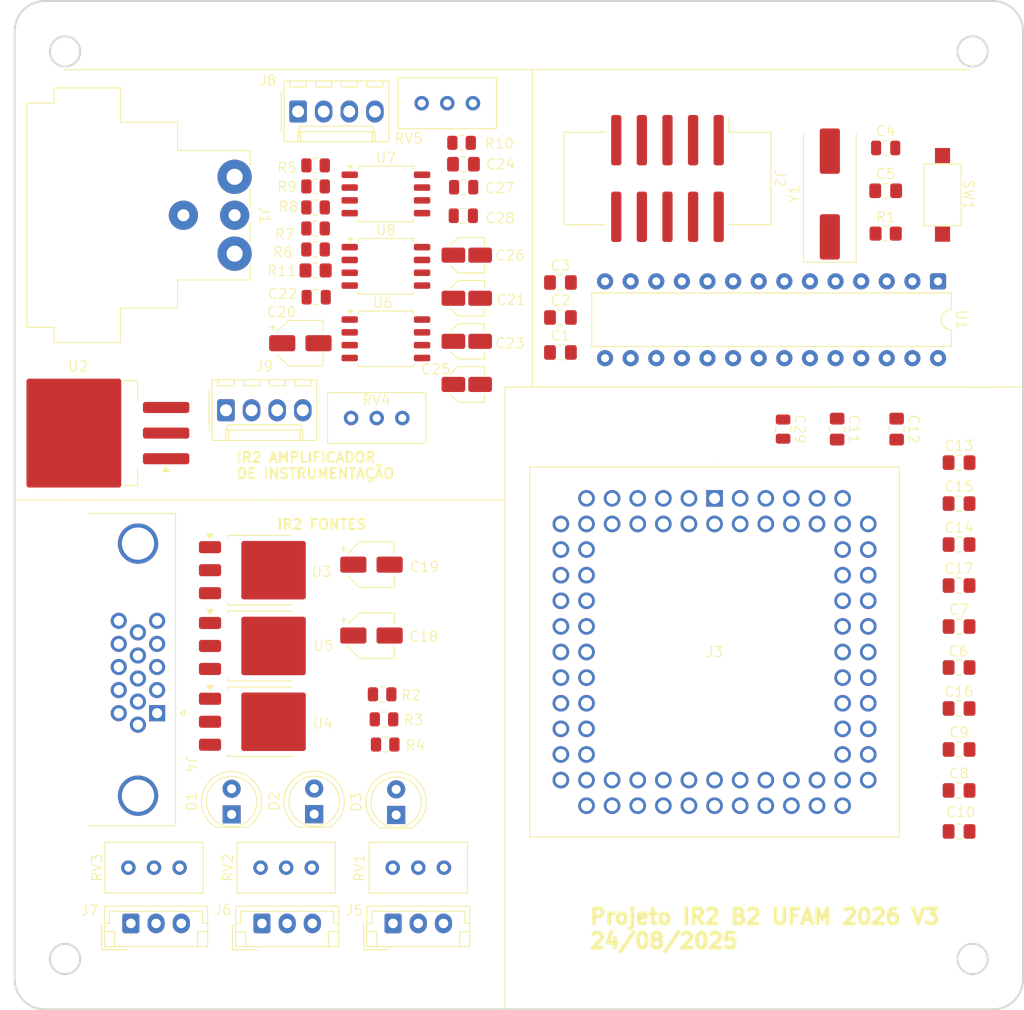
<source format=kicad_pcb>
(kicad_pcb (version 20241229) (generator "pcbnew") (generator_version "9.0")
  (title_block (title "IR2_B2_UFAM") (date "08/08/2025") (rev "V1") (company "UFAM-UFMG"))
  (layers (0 "F.Cu" signal "IR2_F.Cu") (4 "In1.Cu" power "IR2_In1.Cu") (6 "In2.Cu" power "IR2_In2.Cu") (2 "B.Cu" signal "IR2_B.Cu‏") (13 "F.Paste" user) (15 "B.Paste" user) (5 "F.SilkS" user "IR2 B2 UFAM") (7 "B.SilkS" user "IR2 B2 UFAM V2") (1 "F.Mask" user) (3 "B.Mask" user) (25 "Edge.Cuts" user))
  (net 0 "")
  (net 1 "Net-(U6-CAP-)")
  (net 2 "Net-(U6-CAP+)")
  (net 3 "Net-(D1-A)")
  (net 4 "Net-(D2-A)")
  (net 5 "Net-(D3-A)")
  (net 6 "/MODO E_RST E_RDR/E_RDR")
  (net 7 "Net-(J3-RST)")
  (net 8 "GND")
  (net 9 "/A0")
  (net 10 "/MODO E_RST E_RDR/E_RST")
  (net 11 "/A2")
  (net 12 "/Módulo Amplificador de Instrumentação/S+")
  (net 13 "/AC0")
  (net 14 "/A1")
  (net 15 "/Módulo Amplificador de Instrumentação/VOUT")
  (net 16 "/Módulo Amplificador de Instrumentação/S-")
  (net 17 "Net-(R6-Pad1)")
  (net 18 "Net-(R7-Pad2)")
  (net 19 "Net-(R10-Pad1)")
  (net 20 "Net-(R10-Pad2)")
  (net 21 "/MODO E_RST E_RDR/V_LOAD")
  (net 26 "Net-(U1-XTAL2{slash}PB7)")
  (net 28 "/SCK")
  (net 29 "Net-(U1-XTAL1{slash}PB6)")
  (net 32 "/MISO")
  (net 33 "Net-(U2-VO)")
  (net 36 "3,3V")
  (net 37 "/RESET")
  (net 38 "Net-(U7--)")
  (net 39 "/Fontes/3V3IR2")
  (net 40 "/RWS")
  (net 111 "Earth")
  (net 116 "/AC1")
  (net 117 "/AC2")
  (net 118 "Net-(J3-RDR)")
  (net 120 "Net-(U7-+)")
  (net 123 "Net-(U8-2IN+)")
  (net 124 "Net-(U8-1IN+)")
  (net 125 "Net-(U7-Ref)")
  (net 126 "/MODO E_RST E_RDR/3V3")
  (net 127 "Net-(U6-V+)")
  (net 128 "-12V")
  (net 129 "+8V4")
  (net 130 "+12V")
  (net 131 "Net-(BT4-+)")
  (net 132 "Net-(J5-Pin_2)")
  (net 133 "Net-(J6-Pin_3)")
  (net 134 "Net-(J7-Pin_3)")
  (net 135 "Net-(BT3-+)")
  (footprint "Capacitor_SMD:C_0805_2012Metric_Pad1.18x1.45mm_HandSolder" (layer "F.Cu") (at 218.8425 105.662)
    (property "Reference" "C6" (at -0.0625 -1.6 0) (layer "F.SilkS") (effects (font (thickness 0.1))))
    (property "Value" "100nF")
    (pad "1" smd roundrect (at -1.0375 0) (size 1.175 1.45) (layers "F.Cu" "F.Mask" "F.Paste") (roundrect_rratio 0.212766) (net 39 "/Fontes/3V3IR2"))
    (pad "2" smd roundrect (at 1.0375 0) (size 1.175 1.45) (layers "F.Cu" "F.Mask" "F.Paste") (roundrect_rratio 0.212766) (net 111 "Earth"))
  )
  (footprint "Package_SO:SOIC-8_5.3x5.3mm_P1.27mm" (layer "F.Cu") (at 162 58.7)
    (property "Reference" "U7" (at 0 -3.6 0) (layer "F.SilkS") (effects (font (thickness 0.1))))
    (property "Value" "AD620")
    (pad "1" smd roundrect (at -3.5875 -1.905) (size 1.625 0.65) (layers "F.Cu" "F.Mask" "F.Paste") (net 19 "Net-(R10-Pad1)"))
    (pad "2" smd roundrect (at -3.5875 -0.635) (size 1.625 0.65) (layers "F.Cu" "F.Mask" "F.Paste") (net 38 "Net-(U7--)"))
    (pad "3" smd roundrect (at -3.5875 0.635) (size 1.625 0.65) (layers "F.Cu" "F.Mask" "F.Paste") (net 120 "Net-(U7-+)"))
    (pad "4" smd roundrect (at -3.5875 1.905) (size 1.625 0.65) (layers "F.Cu" "F.Mask" "F.Paste") (net 128 "-12V"))
    (pad "5" smd roundrect (at 3.5875 1.905) (size 1.625 0.65) (layers "F.Cu" "F.Mask" "F.Paste") (net 125 "Net-(U7-Ref)"))
    (pad "6" smd roundrect (at 3.5875 0.635) (size 1.625 0.65) (layers "F.Cu" "F.Mask" "F.Paste") (net 123 "Net-(U8-2IN+)"))
    (pad "7" smd roundrect (at 3.5875 -0.635) (size 1.625 0.65) (layers "F.Cu" "F.Mask" "F.Paste") (net 127 "Net-(U6-V+)"))
    (pad "8" smd roundrect (at 3.5875 -1.905) (size 1.625 0.65) (layers "F.Cu" "F.Mask" "F.Paste") (net 20 "Net-(R10-Pad2)"))
  )
  (footprint "Capacitor_SMD:C_0805_2012Metric_Pad1.18x1.45mm_HandSolder" (layer "F.Cu") (at 218.8425 101.598)
    (property "Reference" "C7" (at 0 -1.68 0) (layer "F.SilkS") (effects (font (thickness 0.1))))
    (property "Value" "100nF")
    (pad "1" smd roundrect (at -1.0375 0) (size 1.175 1.45) (layers "F.Cu" "F.Mask" "F.Paste") (roundrect_rratio 0.212766) (net 39 "/Fontes/3V3IR2"))
    (pad "2" smd roundrect (at 1.0375 0) (size 1.175 1.45) (layers "F.Cu" "F.Mask" "F.Paste") (roundrect_rratio 0.212766) (net 111 "Earth"))
  )
  (footprint "Resistor_SMD:R_0805_2012Metric" (layer "F.Cu") (at 155.0275 57.953333)
    (property "Reference" "R9" (at -2.8275 0.033917 0) (layer "F.SilkS") (effects (font (thickness 0.1))))
    (property "Value" "1K")
    (pad "1" smd roundrect (at -0.9125 0) (size 1.025 1.4) (layers "F.Cu" "F.Mask" "F.Paste") (roundrect_rratio 0.243902) (net 120 "Net-(U7-+)"))
    (pad "2" smd roundrect (at 0.9125 0) (size 1.025 1.4) (layers "F.Cu" "F.Mask" "F.Paste") (roundrect_rratio 0.243902) (net 12 "/Módulo Amplificador de Instrumentação/S+"))
  )
  (footprint "Resistor_SMD:R_0805_2012Metric_Pad1.20x1.40mm_HandSolder" (layer "F.Cu") (at 155.0275 66.286667)
    (property "Reference" "R11" (at -3.3375 0.049583 0) (layer "F.SilkS") (effects (font (thickness 0.1))))
    (property "Value" "1K")
    (pad "1" smd roundrect (at -1 0) (size 1.2 1.4) (layers "F.Cu" "F.Mask" "F.Paste") (roundrect_rratio 0.208333) (net 123 "Net-(U8-2IN+)"))
    (pad "2" smd roundrect (at 1 0) (size 1.2 1.4) (layers "F.Cu" "F.Mask" "F.Paste") (roundrect_rratio 0.208333) (net 124 "Net-(U8-1IN+)"))
  )
  (footprint "Capacitor_SMD:C_0805_2012Metric" (layer "F.Cu") (at 201.39 82.02 -90)
    (property "Reference" "C29" (at 0 -1.68 270) (layer "F.SilkS") (effects (font (thickness 0.1))))
    (property "Value" "100nF")
    (pad "1" smd roundrect (at -0.95 0 270) (size 1 1.45) (layers "F.Cu" "F.Mask" "F.Paste") (net 8 "GND"))
    (pad "2" smd roundrect (at 0.95 0 270) (size 1 1.45) (layers "F.Cu" "F.Mask" "F.Paste") (net 128 "-12V"))
  )
  (footprint "Capacitor_SMD:C_Elec_3x5.4" (layer "F.Cu") (at 170.02 77.59)
    (property "Reference" "C25" (at -3.07 -1.5 0) (layer "F.SilkS") (effects (font (thickness 0.1))))
    (property "Value" "10uF")
    (pad "1" smd roundrect (at -1.325 0) (size 2.35 1.5) (layers "F.Cu" "F.Mask" "F.Paste") (roundrect_rratio 0.166667) (net 1 "Net-(U6-CAP-)"))
    (pad "2" smd roundrect (at 1.325 0) (size 2.35 1.5) (layers "F.Cu" "F.Mask" "F.Paste") (roundrect_rratio 0.166667) (net 2 "Net-(U6-CAP+)"))
  )
  (footprint "Package_TO_SOT_SMD:TO-263-3_TabPin2" (layer "F.Cu") (at 132.555 82.415 180)
    (property "Reference" "U2" (at 1.075 6.615 0) (layer "F.SilkS") (effects (font (thickness 0.1))))
    (property "Value" "AZ1084-5.0")
    (pad "1" smd roundrect (at -7.65 -2.54 180) (size 4.6 1.1) (layers "F.Cu" "F.Mask" "F.Paste") (roundrect_rratio 0.227273) (net 111 "Earth"))
    (pad "2" smd roundrect (at -7.65 0 180) (size 4.6 1.1) (layers "F.Cu" "F.Mask" "F.Paste") (roundrect_rratio 0.227273) (net 33 "Net-(U2-VO)"))
    (pad "2" smd roundrect (at 1.5 0 180) (size 9.4 10.8) (layers "F.Cu" "F.Mask") (roundrect_rratio 0.026596) (net 33 "Net-(U2-VO)"))
    (pad "3" smd roundrect (at -7.65 2.54 180) (size 4.6 1.1) (layers "F.Cu" "F.Mask" "F.Paste") (roundrect_rratio 0.227273) (net 129 "+8V4"))
  )
  (footprint "Capacitor_SMD:C_Elec_3x5.4" (layer "F.Cu") (at 170.02 64.77)
    (property "Reference" "C26" (at 4.29 0.02 0) (layer "F.SilkS") (effects (font (thickness 0.1))))
    (property "Value" "10uF")
    (pad "1" smd roundrect (at -1.325 0) (size 2.35 1.5) (layers "F.Cu" "F.Mask" "F.Paste") (roundrect_rratio 0.166667) (net 128 "-12V"))
    (pad "2" smd roundrect (at 1.325 0) (size 2.35 1.5) (layers "F.Cu" "F.Mask" "F.Paste") (roundrect_rratio 0.166667) (net 8 "GND"))
  )
  (footprint "Capacitor_SMD:C_0805_2012Metric_Pad1.18x1.45mm_HandSolder" (layer "F.Cu") (at 218.8425 113.79)
    (property "Reference" "C9" (at 0 -1.68 0) (layer "F.SilkS") (effects (font (thickness 0.1))))
    (property "Value" "100nF")
    (pad "1" smd roundrect (at -1.0375 0) (size 1.175 1.45) (layers "F.Cu" "F.Mask" "F.Paste") (roundrect_rratio 0.212766) (net 40 "/RWS"))
    (pad "2" smd roundrect (at 1.0375 0) (size 1.175 1.45) (layers "F.Cu" "F.Mask" "F.Paste") (roundrect_rratio 0.212766) (net 111 "Earth"))
  )
  (footprint "Capacitor_SMD:C_0805_2012Metric" (layer "F.Cu") (at 169.71 58.03 180)
    (property "Reference" "C27" (at -3.58 -0.08 0) (layer "F.SilkS") (effects (font (thickness 0.1))))
    (property "Value" "100nF")
    (pad "1" smd roundrect (at -0.95 0 180) (size 1 1.45) (layers "F.Cu" "F.Mask" "F.Paste") (net 128 "-12V"))
    (pad "2" smd roundrect (at 0.95 0 180) (size 1 1.45) (layers "F.Cu" "F.Mask" "F.Paste") (net 8 "GND"))
  )
  (footprint "Resistor_SMD:R_0805_2012Metric" (layer "F.Cu") (at 155.0275 64.203333)
    (property "Reference" "R6" (at -3.2675 0.275666 0) (layer "F.SilkS") (effects (font (thickness 0.1))))
    (property "Value" "1K")
    (pad "1" smd roundrect (at -0.9125 0) (size 1.025 1.4) (layers "F.Cu" "F.Mask" "F.Paste") (roundrect_rratio 0.243902) (net 17 "Net-(R6-Pad1)"))
    (pad "2" smd roundrect (at 0.9125 0) (size 1.025 1.4) (layers "F.Cu" "F.Mask" "F.Paste") (roundrect_rratio 0.243902) (net 127 "Net-(U6-V+)"))
  )
  (footprint "Package_TO_SOT_SMD:TO-252-3_TabPin2" (layer "F.Cu") (at 149.6 111.04)
    (property "Reference" "U4" (at 6.135 0.17 0) (layer "F.SilkS") (effects (font (thickness 0.1))))
    (property "Value" "AZ1084-3.3")
    (pad "1" smd roundrect (at -5.04 -2.28) (size 2.2 1.2) (layers "F.Cu" "F.Mask" "F.Paste") (roundrect_rratio 0.208333) (net 111 "Earth"))
    (pad "2" smd roundrect (at -5.04 0) (size 2.2 1.2) (layers "F.Cu" "F.Mask" "F.Paste") (roundrect_rratio 0.208333) (net 126 "/MODO E_RST E_RDR/3V3"))
    (pad "2" smd roundrect (at 1.26 0) (size 6.4 5.8) (layers "F.Cu" "F.Mask") (roundrect_rratio 0.043103) (net 126 "/MODO E_RST E_RDR/3V3"))
    (pad "3" smd roundrect (at -5.04 2.28) (size 2.2 1.2) (layers "F.Cu" "F.Mask" "F.Paste") (roundrect_rratio 0.208333) (net 131 "Net-(BT4-+)"))
  )
  (footprint "LED_THT:LED_D5.0mm" (layer "F.Cu") (at 146.7 120.23 90)
    (property "Reference" "D1" (at 1.27 -3.96 90) (layer "F.SilkS") (effects (font (thickness 0.1))))
    (property "Value" "LED")
    (pad "1" thru_hole rect (at 0 0 90) (size 1.8 1.8) (drill 0.9) (layers "*.Cu" "*.Mask") (net 111 "Earth"))
    (pad "2" thru_hole circle (at 2.54 0 90) (size 1.8 1.8) (drill 0.9) (layers "*.Cu" "*.Mask") (net 3 "Net-(D1-A)"))
  )
  (footprint "Capacitor_SMD:C_0805_2012Metric_Pad1.18x1.45mm_HandSolder" (layer "F.Cu") (at 218.8425 85.342)
    (property "Reference" "C13" (at 0 -1.68 0) (layer "F.SilkS") (effects (font (thickness 0.1))))
    (property "Value" "100nF")
    (pad "1" smd roundrect (at -1.0375 0) (size 1.175 1.45) (layers "F.Cu" "F.Mask" "F.Paste") (roundrect_rratio 0.212766) (net 11 "/A2"))
    (pad "2" smd roundrect (at 1.0375 0) (size 1.175 1.45) (layers "F.Cu" "F.Mask" "F.Paste") (roundrect_rratio 0.212766) (net 111 "Earth"))
  )
  (footprint "Capacitor_SMD:C_Elec_3x5.4" (layer "F.Cu") (at 170.02 69.043333)
    (property "Reference" "C21" (at 4.41 0.146667 0) (layer "F.SilkS") (effects (font (thickness 0.1))))
    (property "Value" "10uF")
    (pad "1" smd roundrect (at -1.325 0) (size 2.35 1.5) (layers "F.Cu" "F.Mask" "F.Paste") (roundrect_rratio 0.166667) (net 127 "Net-(U6-V+)"))
    (pad "2" smd roundrect (at 1.325 0) (size 2.35 1.5) (layers "F.Cu" "F.Mask" "F.Paste") (roundrect_rratio 0.166667) (net 8 "GND"))
  )
  (footprint "Capacitor_SMD:C_0805_2012Metric_Pad1.18x1.45mm_HandSolder" (layer "F.Cu") (at 169.6925 55.75)
    (property "Reference" "C24" (at 3.6775 0 0) (layer "F.SilkS") (effects (font (thickness 0.1))))
    (property "Value" "100nF")
    (pad "1" smd roundrect (at -1.0375 0) (size 1.175 1.45) (layers "F.Cu" "F.Mask" "F.Paste") (roundrect_rratio 0.212766) (net 127 "Net-(U6-V+)"))
    (pad "2" smd roundrect (at 1.0375 0) (size 1.175 1.45) (layers "F.Cu" "F.Mask" "F.Paste") (roundrect_rratio 0.212766) (net 8 "GND"))
  )
  (footprint "Capacitor_SMD:C_0805_2012Metric" (layer "F.Cu") (at 211.5625 54.14)
    (property "Reference" "C4" (at 0 -1.68 0) (layer "F.SilkS") (effects (font (thickness 0.1))))
    (property "Value" "22pF")
    (pad "1" smd roundrect (at -0.95 0) (size 1 1.45) (layers "F.Cu" "F.Mask" "F.Paste") (net 29 "Net-(U1-XTAL1{slash}PB6)"))
    (pad "2" smd roundrect (at 0.95 0) (size 1 1.45) (layers "F.Cu" "F.Mask" "F.Paste") (net 111 "Earth"))
  )
  (footprint "Button_Switch_SMD:SW_SPST_CK_RS282G05A3" (layer "F.Cu") (at 217.2 58.79 -90)
    (property "Reference" "SW1" (at 0 -2.6 270) (layer "F.SilkS") (effects (font (thickness 0.1))))
    (property "Value" "IR2_UFAM_SW1_SW_Push")
    (pad "1" smd rect (at -3.9 0 270) (size 1.5 1.5) (layers "F.Cu" "F.Mask" "F.Paste") (net 37 "/RESET"))
    (pad "2" smd rect (at 3.9 0 270) (size 1.5 1.5) (layers "F.Cu" "F.Mask" "F.Paste") (net 111 "Earth"))
  )
  (footprint "Connector_JST:JST_EH_B3B-EH-A_1x03_P2.50mm_Vertical" (layer "F.Cu") (at 162.71 131.04)
    (property "Reference" "J5" (at -3.84 -1.3 0) (layer "F.SilkS") (effects (font (thickness 0.1))))
    (property "Value" "Conn_01x03_Pin")
    (pad "1" thru_hole roundrect (at 0 0) (size 1.7 1.95) (drill 0.95) (layers "*.Cu" "*.Mask") (roundrect_rratio 0.147059) (net 126 "/MODO E_RST E_RDR/3V3"))
    (pad "2" thru_hole oval (at 2.5 0) (size 1.7 1.95) (drill 0.95) (layers "*.Cu" "*.Mask") (net 132 "Net-(J5-Pin_2)"))
    (pad "3" thru_hole oval (at 5 0) (size 1.7 1.95) (drill 0.95) (layers "*.Cu" "*.Mask") (net 8 "GND"))
  )
  (footprint "Capacitor_SMD:C_0805_2012Metric_Pad1.18x1.45mm_HandSolder" (layer "F.Cu") (at 218.8425 89.406)
    (property "Reference" "C15" (at 0 -1.68 0) (layer "F.SilkS") (effects (font (thickness 0.1))))
    (property "Value" "100nF")
    (pad "1" smd roundrect (at -1.0375 0) (size 1.175 1.45) (layers "F.Cu" "F.Mask" "F.Paste") (roundrect_rratio 0.212766) (net 116 "/AC1"))
    (pad "2" smd roundrect (at 1.0375 0) (size 1.175 1.45) (layers "F.Cu" "F.Mask" "F.Paste") (roundrect_rratio 0.212766) (net 111 "Earth"))
  )
  (footprint "Capacitor_SMD:C_0805_2012Metric_Pad1.18x1.45mm_HandSolder" (layer "F.Cu") (at 212.65 82.02 -90)
    (property "Reference" "C12" (at 0 -1.68 270) (layer "F.SilkS") (effects (font (thickness 0.1))))
    (property "Value" "100nF")
    (pad "1" smd roundrect (at -1.0375 0 270) (size 1.175 1.45) (layers "F.Cu" "F.Mask" "F.Paste") (roundrect_rratio 0.212766) (net 14 "/A1"))
    (pad "2" smd roundrect (at 1.0375 0 270) (size 1.175 1.45) (layers "F.Cu" "F.Mask" "F.Paste") (roundrect_rratio 0.212766) (net 111 "Earth"))
  )
  (footprint "Capacitor_SMD:C_0805_2012Metric_Pad1.18x1.45mm_HandSolder" (layer "F.Cu") (at 211.5625 58.385)
    (property "Reference" "C5" (at 0 -1.68 0) (layer "F.SilkS") (effects (font (thickness 0.1))))
    (property "Value" "22pF")
    (pad "1" smd roundrect (at -1.0375 0) (size 1.175 1.45) (layers "F.Cu" "F.Mask" "F.Paste") (roundrect_rratio 0.212766) (net 26 "Net-(U1-XTAL2{slash}PB7)"))
    (pad "2" smd roundrect (at 1.0375 0) (size 1.175 1.45) (layers "F.Cu" "F.Mask" "F.Paste") (roundrect_rratio 0.212766) (net 111 "Earth"))
  )
  (footprint "Capacitor_SMD:CP_Elec_4x5.8" (layer "F.Cu") (at 160.57 102.49)
    (property "Reference" "C18" (at 5.18 0.12 0) (layer "F.SilkS") (effects (font (thickness 0.1))))
    (property "Value" "22uF")
    (pad "1" smd roundrect (at -1.8 0) (size 2.6 1.6) (layers "F.Cu" "F.Mask" "F.Paste") (roundrect_rratio 0.15625) (net 39 "/Fontes/3V3IR2"))
    (pad "2" smd roundrect (at 1.8 0) (size 2.6 1.6) (layers "F.Cu" "F.Mask" "F.Paste") (roundrect_rratio 0.15625) (net 111 "Earth"))
  )
  (footprint "Capacitor_SMD:C_0805_2012Metric" (layer "F.Cu") (at 169.68 60.86)
    (property "Reference" "C28" (at 3.65 0.24 0) (layer "F.SilkS") (effects (font (thickness 0.1))))
    (property "Value" "100nF")
    (pad "1" smd roundrect (at -0.95 0) (size 1 1.45) (layers "F.Cu" "F.Mask" "F.Paste") (net 128 "-12V"))
    (pad "2" smd roundrect (at 0.95 0) (size 1 1.45) (layers "F.Cu" "F.Mask" "F.Paste") (net 127 "Net-(U6-V+)"))
  )
  (footprint "Capacitor_SMD:C_0805_2012Metric_Pad1.18x1.45mm_HandSolder" (layer "F.Cu") (at 218.8425 93.47)
    (property "Reference" "C14" (at 0 -1.68 0) (layer "F.SilkS") (effects (font (thickness 0.1))))
    (property "Value" "100nF")
    (pad "1" smd roundrect (at -1.0375 0) (size 1.175 1.45) (layers "F.Cu" "F.Mask" "F.Paste") (roundrect_rratio 0.212766) (net 13 "/AC0"))
    (pad "2" smd roundrect (at 1.0375 0) (size 1.175 1.45) (layers "F.Cu" "F.Mask" "F.Paste") (roundrect_rratio 0.212766) (net 111 "Earth"))
  )
  (footprint "Resistor_SMD:R_0805_2012Metric_Pad1.20x1.40mm_HandSolder" (layer "F.Cu") (at 211.5625 62.63)
    (property "Reference" "R1" (at 0 -1.65 0) (layer "F.SilkS") (effects (font (thickness 0.1))))
    (property "Value" "10K")
    (pad "1" smd roundrect (at -1 0) (size 1.2 1.4) (layers "F.Cu" "F.Mask" "F.Paste") (roundrect_rratio 0.208333) (net 111 "Earth"))
    (pad "2" smd roundrect (at 1 0) (size 1.2 1.4) (layers "F.Cu" "F.Mask" "F.Paste") (roundrect_rratio 0.208333) (net 37 "/RESET"))
  )
  (footprint "Connector_JST:JST_EH_B3B-EH-A_1x03_P2.50mm_Vertical" (layer "F.Cu") (at 136.71 131.04)
    (property "Reference" "J7" (at -4.1 -1.27 0) (layer "F.SilkS") (effects (font (thickness 0.1))))
    (property "Value" "Conn_01x03_Pin")
    (pad "1" thru_hole roundrect (at 0 0) (size 1.7 1.95) (drill 0.95) (layers "*.Cu" "*.Mask") (roundrect_rratio 0.147059) (net 126 "/MODO E_RST E_RDR/3V3"))
    (pad "2" thru_hole oval (at 2.5 0) (size 1.7 1.95) (drill 0.95) (layers "*.Cu" "*.Mask") (net 6 "/MODO E_RST E_RDR/E_RDR"))
    (pad "3" thru_hole oval (at 5 0) (size 1.7 1.95) (drill 0.95) (layers "*.Cu" "*.Mask") (net 134 "Net-(J7-Pin_3)"))
  )
  (footprint "Package_TO_SOT_SMD:TO-252-3_TabPin2" (layer "F.Cu") (at 149.6 103.525)
    (property "Reference" "U5" (at 6.215 -0.025 0) (layer "F.SilkS") (effects (font (thickness 0.1))))
    (property "Value" "AZ1084-3.3")
    (pad "1" smd roundrect (at -5.04 -2.28) (size 2.2 1.2) (layers "F.Cu" "F.Mask" "F.Paste") (roundrect_rratio 0.208333) (net 111 "Earth"))
    (pad "2" smd roundrect (at -5.04 0) (size 2.2 1.2) (layers "F.Cu" "F.Mask" "F.Paste") (roundrect_rratio 0.208333) (net 36 "3,3V"))
    (pad "2" smd roundrect (at 1.26 0) (size 6.4 5.8) (layers "F.Cu" "F.Mask") (roundrect_rratio 0.043103) (net 36 "3,3V"))
    (pad "3" smd roundrect (at -5.04 2.28) (size 2.2 1.2) (layers "F.Cu" "F.Mask" "F.Paste") (roundrect_rratio 0.208333) (net 135 "Net-(BT3-+)"))
  )
  (footprint "Capacitor_SMD:C_0805_2012Metric_Pad1.18x1.45mm_HandSolder" (layer "F.Cu") (at 218.8425 109.726)
    (property "Reference" "C16" (at 0 -1.68 0) (layer "F.SilkS") (effects (font (thickness 0.1))))
    (property "Value" "100nF")
    (pad "1" smd roundrect (at -1.0375 0) (size 1.175 1.45) (layers "F.Cu" "F.Mask" "F.Paste") (roundrect_rratio 0.212766) (net 117 "/AC2"))
    (pad "2" smd roundrect (at 1.0375 0) (size 1.175 1.45) (layers "F.Cu" "F.Mask" "F.Paste") (roundrect_rratio 0.212766) (net 111 "Earth"))
  )
  (footprint "IR2_Library:ir2_J3_UFAM_PLCC84AT" (layer "F.Cu") (at 194.595 88.885)
    (property "Reference" "J3" (at 0 15.24 0) (layer "F.SilkS") (effects (font (thickness 0.1))))
    (property "Value" "IR2_UFAM_V0_PLCC84" (hide yes))
    (pad "1" thru_hole rect (at 0 0) (size 1.65 1.65) (drill 1.1) (layers "*.Cu" "*.Mask") (net 39 "/Fontes/3V3IR2"))
    (pad "2" thru_hole circle (at 0 2.54) (size 1.65 1.65) (drill 1.1) (layers "*.Cu" "*.Mask"))
    (pad "3" thru_hole circle (at -2.54 0) (size 1.65 1.65) (drill 1.1) (layers "*.Cu" "*.Mask"))
    (pad "4" thru_hole circle (at -2.54 2.54) (size 1.65 1.65) (drill 1.1) (layers "*.Cu" "*.Mask"))
    (pad "5" thru_hole circle (at -5.08 0) (size 1.65 1.65) (drill 1.1) (layers "*.Cu" "*.Mask"))
    (pad "6" thru_hole circle (at -5.08 2.54) (size 1.65 1.65) (drill 1.1) (layers "*.Cu" "*.Mask"))
    (pad "7" thru_hole circle (at -7.62 0) (size 1.65 1.65) (drill 1.1) (layers "*.Cu" "*.Mask"))
    (pad "8" thru_hole circle (at -7.62 2.54) (size 1.65 1.65) (drill 1.1) (layers "*.Cu" "*.Mask"))
    (pad "9" thru_hole circle (at -10.16 0) (size 1.65 1.65) (drill 1.1) (layers "*.Cu" "*.Mask"))
    (pad "10" thru_hole circle (at -10.16 2.54) (size 1.65 1.65) (drill 1.1) (layers "*.Cu" "*.Mask"))
    (pad "11" thru_hole circle (at -12.7 0) (size 1.65 1.65) (drill 1.1) (layers "*.Cu" "*.Mask"))
    (pad "12" thru_hole circle (at -15.24 2.54) (size 1.65 1.65) (drill 1.1) (layers "*.Cu" "*.Mask"))
    (pad "13" thru_hole circle (at -12.7 2.54) (size 1.65 1.65) (drill 1.1) (layers "*.Cu" "*.Mask"))
    (pad "14" thru_hole circle (at -15.24 5.08) (size 1.65 1.65) (drill 1.1) (layers "*.Cu" "*.Mask"))
    (pad "15" thru_hole circle (at -12.7 5.08) (size 1.65 1.65) (drill 1.1) (layers "*.Cu" "*.Mask"))
    (pad "16" thru_hole circle (at -15.24 7.62) (size 1.65 1.65) (drill 1.1) (layers "*.Cu" "*.Mask") (net 21 "/MODO E_RST E_RDR/V_LOAD"))
    (pad "17" thru_hole circle (at -12.7 7.62) (size 1.65 1.65) (drill 1.1) (layers "*.Cu" "*.Mask"))
    (pad "18" thru_hole circle (at -15.24 10.16) (size 1.65 1.65) (drill 1.1) (layers "*.Cu" "*.Mask"))
    (pad "19" thru_hole circle (at -12.7 10.16) (size 1.65 1.65) (drill 1.1) (layers "*.Cu" "*.Mask"))
    (pad "20" thru_hole circle (at -15.24 12.7) (size 1.65 1.65) (drill 1.1) (layers "*.Cu" "*.Mask"))
    (pad "21" thru_hole circle (at -12.7 12.7) (size 1.65 1.65) (drill 1.1) (layers "*.Cu" "*.Mask"))
    (pad "22" thru_hole circle (at -15.24 15.24) (size 1.65 1.65) (drill 1.1) (layers "*.Cu" "*.Mask"))
    (pad "23" thru_hole circle (at -12.7 15.24) (size 1.65 1.65) (drill 1.1) (layers "*.Cu" "*.Mask") (net 10 "/MODO E_RST E_RDR/E_RST"))
    (pad "24" thru_hole circle (at -15.24 17.78) (size 1.65 1.65) (drill 1.1) (layers "*.Cu" "*.Mask"))
    (pad "25" thru_hole circle (at -12.7 17.78) (size 1.65 1.65) (drill 1.1) (layers "*.Cu" "*.Mask"))
    (pad "26" thru_hole circle (at -15.24 20.32) (size 1.65 1.65) (drill 1.1) (layers "*.Cu" "*.Mask"))
    (pad "27" thru_hole circle (at -12.7 20.32) (size 1.65 1.65) (drill 1.1) (layers "*.Cu" "*.Mask"))
    (pad "28" thru_hole circle (at -15.24 22.86) (size 1.65 1.65) (drill 1.1) (layers "*.Cu" "*.Mask"))
    (pad "29" thru_hole circle (at -12.7 22.86) (size 1.65 1.65) (drill 1.1) (layers "*.Cu" "*.Mask"))
    (pad "30" thru_hole circle (at -15.24 25.4) (size 1.65 1.65) (drill 1.1) (layers "*.Cu" "*.Mask"))
    (pad "31" thru_hole circle (at -12.7 25.4) (size 1.65 1.65) (drill 1.1) (layers "*.Cu" "*.Mask"))
    (pad "32" thru_hole circle (at -15.24 27.94) (size 1.65 1.65) (drill 1.1) (layers "*.Cu" "*.Mask"))
    (pad "33" thru_hole circle (at -12.7 30.48) (size 1.65 1.65) (drill 1.1) (layers "*.Cu" "*.Mask"))
    (pad "34" thru_hole circle (at -12.7 27.94) (size 1.65 1.65) (drill 1.1) (layers "*.Cu" "*.Mask"))
    (pad "35" thru_hole circle (at -10.16 30.48) (size 1.65 1.65) (drill 1.1) (layers "*.Cu" "*.Mask"))
    (pad "36" thru_hole circle (at -10.16 27.94) (size 1.65 1.65) (drill 1.1) (layers "*.Cu" "*.Mask"))
    (pad "37" thru_hole circle (at -7.62 30.48) (size 1.65 1.65) (drill 1.1) (layers "*.Cu" "*.Mask"))
    (pad "38" thru_hole circle (at -7.62 27.94) (size 1.65 1.65) (drill 1.1) (layers "*.Cu" "*.Mask") (net 6 "/MODO E_RST E_RDR/E_RDR"))
    (pad "39" thru_hole circle (at -5.08 30.48) (size 1.65 1.65) (drill 1.1) (layers "*.Cu" "*.Mask") (net 111 "Earth"))
    (pad "40" thru_hole circle (at -5.08 27.94) (size 1.65 1.65) (drill 1.1) (layers "*.Cu" "*.Mask") (net 16 "/Módulo Amplificador de Instrumentação/S-"))
    (pad "41" thru_hole circle (at -2.54 30.48) (size 1.65 1.65) (drill 1.1) (layers "*.Cu" "*.Mask"))
    (pad "42" thru_hole circle (at -2.54 27.94) (size 1.65 1.65) (drill 1.1) (layers "*.Cu" "*.Mask"))
    (pad "43" thru_hole circle (at 0 30.48) (size 1.65 1.65) (drill 1.1) (layers "*.Cu" "*.Mask"))
    (pad "44" thru_hole circle (at 0 27.94) (size 1.65 1.65) (drill 1.1) (layers "*.Cu" "*.Mask"))
    (pad "45" thru_hole circle (at 2.54 30.48) (size 1.65 1.65) (drill 1.1) (layers "*.Cu" "*.Mask"))
    (pad "46" thru_hole circle (at 2.54 27.94) (size 1.65 1.65) (drill 1.1) (layers "*.Cu" "*.Mask"))
    (pad "47" thru_hole circle (at 5.08 30.48) (size 1.65 1.65) (drill 1.1) (layers "*.Cu" "*.Mask"))
    (pad "48" thru_hole circle (at 5.08 27.94) (size 1.65 1.65) (drill 1.1) (layers "*.Cu" "*.Mask"))
    (pad "49" thru_hole circle (at 7.62 30.48) (size 1.65 1.65) (drill 1.1) (layers "*.Cu" "*.Mask"))
    (pad "50" thru_hole circle (at 7.62 27.94) (size 1.65 1.65) (drill 1.1) (layers "*.Cu" "*.Mask"))
    (pad "51" thru_hole circle (at 10.16 30.48) (size 1.65 1.65) (drill 1.1) (layers "*.Cu" "*.Mask") (net 7 "Net-(J3-RST)"))
    (pad "52" thru_hole circle (at 10.16 27.94) (size 1.65 1.65) (drill 1.1) (layers "*.Cu" "*.Mask"))
    (pad "53" thru_hole circle (at 12.7 30.48) (size 1.65 1.65) (drill 1.1) (layers "*.Cu" "*.Mask"))
    (pad "54" thru_hole circle (at 15.24 27.94) (size 1.65 1.65) (drill 1.1) (layers "*.Cu" "*.Mask") (net 40 "/RWS"))
    (pad "55" thru_hole circle (at 12.7 27.94) (size 1.65 1.65) (drill 1.1) (layers "*.Cu" "*.Mask") (net 118 "Net-(J3-RDR)"))
    (pad "56" thru_hole circle (at 15.24 25.4) (size 1.65 1.65) (drill 1.1) (layers "*.Cu" "*.Mask") (net 111 "Earth"))
    (pad "57" thru_hole circle (at 12.7 25.4) (size 1.65 1.65) (drill 1.1) (layers "*.Cu" "*.Mask"))
    (pad "58" thru_hole circle (at 15.24 22.86) (size 1.65 1.65) (drill 1.1) (layers "*.Cu" "*.Mask"))
    (pad "59" thru_hole circle (at 12.7 22.86) (size 1.65 1.65) (drill 1.1) (layers "*.Cu" "*.Mask"))
    (pad "60" thru_hole circle (at 15.24 20.32) (size 1.65 1.65) (drill 1.1) (layers "*.Cu" "*.Mask"))
    (pad "61" thru_hole circle (at 12.7 20.32) (size 1.65 1.65) (drill 1.1) (layers "*.Cu" "*.Mask"))
    (pad "62" thru_hole circle (at 15.24 17.78) (size 1.65 1.65) (drill 1.1) (layers "*.Cu" "*.Mask"))
    (pad "63" thru_hole circle (at 12.7 17.78) (size 1.65 1.65) (drill 1.1) (layers "*.Cu" "*.Mask"))
    (pad "64" thru_hole circle (at 15.24 15.24) (size 1.65 1.65) (drill 1.1) (layers "*.Cu" "*.Mask"))
    (pad "65" thru_hole circle (at 12.7 15.24) (size 1.65 1.65) (drill 1.1) (layers "*.Cu" "*.Mask"))
    (pad "66" thru_hole circle (at 15.24 12.7) (size 1.65 1.65) (drill 1.1) (layers "*.Cu" "*.Mask") (net 39 "/Fontes/3V3IR2"))
    (pad "67" thru_hole circle (at 12.7 12.7) (size 1.65 1.65) (drill 1.1) (layers "*.Cu" "*.Mask") (net 117 "/AC2"))
    (pad "68" thru_hole circle (at 15.24 10.16) (size 1.65 1.65) (drill 1.1) (layers "*.Cu" "*.Mask") (net 116 "/AC1"))
    (pad "69" thru_hole circle (at 12.7 10.16) (size 1.65 1.65) (drill 1.1) (layers "*.Cu" "*.Mask") (net 13 "/AC0"))
    (pad "70" thru_hole circle (at 15.24 7.62) (size 1.65 1.65) (drill 1.1) (layers "*.Cu" "*.Mask") (net 11 "/A2"))
    (pad "71" thru_hole circle (at 12.7 7.62) (size 1.65 1.65) (drill 1.1) (layers "*.Cu" "*.Mask") (net 14 "/A1"))
    (pad "72" thru_hole circle (at 15.24 5.08) (size 1.65 1.65) (drill 1.1) (layers "*.Cu" "*.Mask") (net 9 "/A0"))
    (pad "73" thru_hole circle (at 12.7 5.08) (size 1.65 1.65) (drill 1.1) (layers "*.Cu" "*.Mask"))
    (pad "74" thru_hole circle (at 15.24 2.54) (size 1.65 1.65) (drill 1.1) (layers "*.Cu" "*.Mask") (net 39 "/Fontes/3V3IR2"))
    (pad "75" thru_hole circle (at 12.7 0) (size 1.65 1.65) (drill 1.1) (layers "*.Cu" "*.Mask"))
    (pad "76" thru_hole circle (at 12.7 2.54) (size 1.65 1.65) (drill 1.1) (layers "*.Cu" "*.Mask"))
    (pad "77" thru_hole circle (at 10.16 0) (size 1.65 1.65) (drill 1.1) (layers "*.Cu" "*.Mask"))
    (pad "78" thru_hole circle (at 10.16 2.54) (size 1.65 1.65) (drill 1.1) (layers "*.Cu" "*.Mask"))
    (pad "79" thru_hole circle (at 7.62 0) (size 1.65 1.65) (drill 1.1) (layers "*.Cu" "*.Mask"))
    (pad "80" thru_hole circle (at 7.62 2.54) (size 1.65 1.65) (drill 1.1) (layers "*.Cu" "*.Mask"))
    (pad "81" thru_hole circle (at 5.08 0) (size 1.65 1.65) (drill 1.1) (layers "*.Cu" "*.Mask"))
    (pad "82" thru_hole circle (at 5.08 2.54) (size 1.65 1.65) (drill 1.1) (layers "*.Cu" "*.Mask"))
    (pad "83" thru_hole circle (at 2.54 0) (size 1.65 1.65) (drill 1.1) (layers "*.Cu" "*.Mask"))
    (pad "84" thru_hole circle (at 2.54 2.54) (size 1.65 1.65) (drill 1.1) (layers "*.Cu" "*.Mask"))
  )
  (footprint "Connector_JST:JST_EH_B3B-EH-A_1x03_P2.50mm_Vertical" (layer "F.Cu") (at 149.71 131.04)
    (property "Reference" "J6" (at -3.87 -1.35 0) (layer "F.SilkS") (effects (font (thickness 0.1))))
    (property "Value" "Conn_01x03_Pin")
    (pad "1" thru_hole roundrect (at 0 0) (size 1.7 1.95) (drill 0.95) (layers "*.Cu" "*.Mask") (roundrect_rratio 0.147059) (net 132 "Net-(J5-Pin_2)"))
    (pad "2" thru_hole oval (at 2.5 0) (size 1.7 1.95) (drill 0.95) (layers "*.Cu" "*.Mask") (net 10 "/MODO E_RST E_RDR/E_RST"))
    (pad "3" thru_hole oval (at 5 0) (size 1.7 1.95) (drill 0.95) (layers "*.Cu" "*.Mask") (net 133 "Net-(J6-Pin_3)"))
  )
  (footprint "Potentiometer_THT:Potentiometer_Bourns_3296W_Vertical" (layer "F.Cu") (at 141.545 125.51)
    (property "Reference" "RV3" (at -8.195 0.005 90) (layer "F.SilkS") (effects (font (thickness 0.1))))
    (property "Value" "10K")
    (pad "1" thru_hole circle (at 0 0) (size 1.44 1.44) (drill 0.8) (layers "*.Cu" "*.Mask") (net 126 "/MODO E_RST E_RDR/3V3"))
    (pad "2" thru_hole circle (at -2.54 0) (size 1.44 1.44) (drill 0.8) (layers "*.Cu" "*.Mask") (net 21 "/MODO E_RST E_RDR/V_LOAD"))
    (pad "3" thru_hole circle (at -5.08 0) (size 1.44 1.44) (drill 0.8) (layers "*.Cu" "*.Mask") (net 8 "GND"))
  )
  (footprint "Connector_Dsub:DSUB-15-HD_Socket_Horizontal_P2.29x1.90mm_EdgePinOffset3.03mm_Housed_MountingHolesOffset4.94mm" (layer "F.Cu") (at 139.31 110.19 -90)
    (property "Reference" "J4" (at 5.07 -3.37 270) (layer "F.SilkS") (effects (font (thickness 0.1))))
    (property "Value" "DE15_Socket_HighDensity_MountingHoles")
    (pad "0" thru_hole circle (at -16.815 1.89 270) (size 4 4) (drill 3.2) (layers "*.Cu" "*.Mask") (net 111 "Earth"))
    (pad "0" thru_hole circle (at 8.185 1.89 270) (size 4 4) (drill 3.2) (layers "*.Cu" "*.Mask") (net 111 "Earth"))
    (pad "1" thru_hole rect (at 0 0 270) (size 1.6 1.6) (drill 1) (layers "*.Cu" "*.Mask"))
    (pad "2" thru_hole circle (at -2.29 0 270) (size 1.6 1.6) (drill 1) (layers "*.Cu" "*.Mask"))
    (pad "3" thru_hole circle (at -4.58 0 270) (size 1.6 1.6) (drill 1) (layers "*.Cu" "*.Mask"))
    (pad "4" thru_hole circle (at -6.87 0 270) (size 1.6 1.6) (drill 1) (layers "*.Cu" "*.Mask"))
    (pad "5" thru_hole circle (at -9.16 0 270) (size 1.6 1.6) (drill 1) (layers "*.Cu" "*.Mask") (net 135 "Net-(BT3-+)"))
    (pad "6" thru_hole circle (at 1.145 1.9 270) (size 1.6 1.6) (drill 1) (layers "*.Cu" "*.Mask"))
    (pad "7" thru_hole circle (at -1.145 1.9 270) (size 1.6 1.6) (drill 1) (layers "*.Cu" "*.Mask"))
    (pad "8" thru_hole circle (at -3.435 1.9 270) (size 1.6 1.6) (drill 1) (layers "*.Cu" "*.Mask"))
    (pad "9" thru_hole circle (at -5.725 1.9 270) (size 1.6 1.6) (drill 1) (layers "*.Cu" "*.Mask"))
    (pad "10" thru_hole circle (at -8.015 1.9 270) (size 1.6 1.6) (drill 1) (layers "*.Cu" "*.Mask") (net 111 "Earth"))
    (pad "11" thru_hole circle (at 0 3.8 270) (size 1.6 1.6) (drill 1) (layers "*.Cu" "*.Mask") (net 130 "+12V"))
    (pad "12" thru_hole circle (at -2.29 3.8 270) (size 1.6 1.6) (drill 1) (layers "*.Cu" "*.Mask") (net 111 "Earth"))
    (pad "13" thru_hole circle (at -4.58 3.8 270) (size 1.6 1.6) (drill 1) (layers "*.Cu" "*.Mask") (net 128 "-12V"))
    (pad "14" thru_hole circle (at -6.87 3.8 270) (size 1.6 1.6) (drill 1) (layers "*.Cu" "*.Mask") (net 129 "+8V4"))
    (pad "15" thru_hole circle (at -9.16 3.8 270) (size 1.6 1.6) (drill 1) (layers "*.Cu" "*.Mask") (net 131 "Net-(BT4-+)"))
  )
  (footprint "Connector_IDC:IDC-Header_2x05_P2.54mm_Vertical_SMD" (layer "F.Cu") (at 189.925 57.165 -90)
    (property "Reference" "J2" (at 0 -11.16 270) (layer "F.SilkS") (effects (font (thickness 0.1))))
    (property "Value" "USBAsp")
    (pad "1" smd roundrect (at -3.8 -5.08 270) (size 5 1.02) (layers "F.Cu" "F.Mask" "F.Paste") (roundrect_rratio 0.245098) (net 40 "/RWS"))
    (pad "2" smd roundrect (at 3.8 -5.08 270) (size 5 1.02) (layers "F.Cu" "F.Mask" "F.Paste") (roundrect_rratio 0.245098) (net 36 "3,3V"))
    (pad "3" smd roundrect (at -3.8 -2.54 270) (size 5 1.02) (layers "F.Cu" "F.Mask" "F.Paste") (roundrect_rratio 0.245098))
    (pad "4" smd roundrect (at 3.8 -2.54 270) (size 5 1.02) (layers "F.Cu" "F.Mask" "F.Paste") (roundrect_rratio 0.245098) (net 111 "Earth"))
    (pad "5" smd roundrect (at -3.8 0 270) (size 5 1.02) (layers "F.Cu" "F.Mask" "F.Paste") (roundrect_rratio 0.245098) (net 37 "/RESET"))
    (pad "6" smd roundrect (at 3.8 0 270) (size 5 1.02) (layers "F.Cu" "F.Mask" "F.Paste") (roundrect_rratio 0.245098) (net 111 "Earth"))
    (pad "7" smd roundrect (at -3.8 2.54 270) (size 5 1.02) (layers "F.Cu" "F.Mask" "F.Paste") (roundrect_rratio 0.245098) (net 28 "/SCK"))
    (pad "8" smd roundrect (at 3.8 2.54 270) (size 5 1.02) (layers "F.Cu" "F.Mask" "F.Paste") (roundrect_rratio 0.245098) (net 111 "Earth"))
    (pad "9" smd roundrect (at -3.8 5.08 270) (size 5 1.02) (layers "F.Cu" "F.Mask" "F.Paste") (roundrect_rratio 0.245098) (net 32 "/MISO"))
    (pad "10" smd roundrect (at 3.8 5.08 270) (size 5 1.02) (layers "F.Cu" "F.Mask" "F.Paste") (roundrect_rratio 0.245098) (net 111 "Earth"))
  )
  (footprint "Resistor_SMD:R_0805_2012Metric" (layer "F.Cu") (at 161.93 113.3)
    (property "Reference" "R4" (at 2.99 0.08 0) (layer "F.SilkS") (effects (font (thickness 0.1))))
    (property "Value" "220R")
    (pad "1" smd roundrect (at -0.9125 0) (size 1.025 1.4) (layers "F.Cu" "F.Mask" "F.Paste") (roundrect_rratio 0.243902) (net 36 "3,3V"))
    (pad "2" smd roundrect (at 0.9125 0) (size 1.025 1.4) (layers "F.Cu" "F.Mask" "F.Paste") (roundrect_rratio 0.243902) (net 5 "Net-(D3-A)"))
  )
  (footprint "Connector_Molex:Molex_KK-254_AE-6410-04A_1x04_P2.54mm_Vertical" (layer "F.Cu") (at 153.29 50.52465)
    (property "Reference" "J8" (at -3 -3.06465 0) (layer "F.SilkS") (effects (font (thickness 0.1))))
    (property "Value" "Entrada")
    (pad "1" thru_hole roundrect (at 0 0) (size 1.74 2.19) (drill 1.19) (layers "*.Cu" "*.Mask") (roundrect_rratio 0.143678) (net 130 "+12V"))
    (pad "2" thru_hole oval (at 2.54 0) (size 1.74 2.19) (drill 1.19) (layers "*.Cu" "*.Mask") (net 8 "GND"))
    (pad "3" thru_hole oval (at 5.08 0) (size 1.74 2.19) (drill 1.19) (layers "*.Cu" "*.Mask") (net 16 "/Módulo Amplificador de Instrumentação/S-"))
    (pad "4" thru_hole oval (at 7.62 0) (size 1.74 2.19) (drill 1.19) (layers "*.Cu" "*.Mask") (net 12 "/Módulo Amplificador de Instrumentação/S+"))
  )
  (footprint "Capacitor_SMD:C_0805_2012Metric_Pad1.18x1.45mm_HandSolder" (layer "F.Cu") (at 206.75 82.02 -90)
    (property "Reference" "C11" (at 0 -1.68 270) (layer "F.SilkS") (effects (font (thickness 0.1))))
    (property "Value" "100nF")
    (pad "1" smd roundrect (at -1.0375 0 270) (size 1.175 1.45) (layers "F.Cu" "F.Mask" "F.Paste") (roundrect_rratio 0.212766) (net 9 "/A0"))
    (pad "2" smd roundrect (at 1.0375 0 270) (size 1.175 1.45) (layers "F.Cu" "F.Mask" "F.Paste") (roundrect_rratio 0.212766) (net 111 "Earth"))
  )
  (footprint "Capacitor_SMD:C_0805_2012Metric" (layer "F.Cu") (at 155.09 68.94)
    (property "Reference" "C22" (at -3.34 -0.32 0) (layer "F.SilkS") (effects (font (thickness 0.1))))
    (property "Value" "100nF")
    (pad "1" smd roundrect (at -0.95 0) (size 1 1.45) (layers "F.Cu" "F.Mask" "F.Paste") (net 127 "Net-(U6-V+)"))
    (pad "2" smd roundrect (at 0.95 0) (size 1 1.45) (layers "F.Cu" "F.Mask" "F.Paste") (net 8 "GND"))
  )
  (footprint "LED_THT:LED_D5.0mm" (layer "F.Cu") (at 163.02 120.285 90)
    (property "Reference" "D3" (at 1.27 -3.96 90) (layer "F.SilkS") (effects (font (thickness 0.1))))
    (property "Value" "LED")
    (pad "1" thru_hole rect (at 0 0 90) (size 1.8 1.8) (drill 0.9) (layers "*.Cu" "*.Mask") (net 111 "Earth"))
    (pad "2" thru_hole circle (at 2.54 0 90) (size 1.8 1.8) (drill 0.9) (layers "*.Cu" "*.Mask") (net 5 "Net-(D3-A)"))
  )
  (footprint "Package_DIP:DIP-28_W7.62mm" (layer "F.Cu") (at 216.755 67.365 -90)
    (property "Reference" "U1" (at 3.81 -2.33 270) (layer "F.SilkS") (effects (font (thickness 0.1))))
    (property "Value" "ATmega328-P")
    (pad "1" thru_hole roundrect (at 0 0 270) (size 1.6 1.6) (drill 0.8) (layers "*.Cu" "*.Mask") (roundrect_rratio 0.15625) (net 37 "/RESET"))
    (pad "2" thru_hole circle (at 0 2.54 270) (size 1.6 1.6) (drill 0.8) (layers "*.Cu" "*.Mask"))
    (pad "3" thru_hole circle (at 0 5.08 270) (size 1.6 1.6) (drill 0.8) (layers "*.Cu" "*.Mask"))
    (pad "4" thru_hole circle (at 0 7.62 270) (size 1.6 1.6) (drill 0.8) (layers "*.Cu" "*.Mask") (net 9 "/A0"))
    (pad "5" thru_hole circle (at 0 10.16 270) (size 1.6 1.6) (drill 0.8) (layers "*.Cu" "*.Mask") (net 14 "/A1"))
    (pad "6" thru_hole circle (at 0 12.7 270) (size 1.6 1.6) (drill 0.8) (layers "*.Cu" "*.Mask") (net 11 "/A2"))
    (pad "7" thru_hole circle (at 0 15.24 270) (size 1.6 1.6) (drill 0.8) (layers "*.Cu" "*.Mask") (net 36 "3,3V"))
    (pad "8" thru_hole circle (at 0 17.78 270) (size 1.6 1.6) (drill 0.8) (layers "*.Cu" "*.Mask") (net 36 "3,3V"))
    (pad "9" thru_hole circle (at 0 20.32 270) (size 1.6 1.6) (drill 0.8) (layers "*.Cu" "*.Mask") (net 29 "Net-(U1-XTAL1{slash}PB6)"))
    (pad "10" thru_hole circle (at 0 22.86 270) (size 1.6 1.6) (drill 0.8) (layers "*.Cu" "*.Mask") (net 26 "Net-(U1-XTAL2{slash}PB7)"))
    (pad "11" thru_hole circle (at 0 25.4 270) (size 1.6 1.6) (drill 0.8) (layers "*.Cu" "*.Mask") (net 13 "/AC0"))
    (pad "12" thru_hole circle (at 0 27.94 270) (size 1.6 1.6) (drill 0.8) (layers "*.Cu" "*.Mask") (net 116 "/AC1"))
    (pad "13" thru_hole circle (at 0 30.48 270) (size 1.6 1.6) (drill 0.8) (layers "*.Cu" "*.Mask") (net 117 "/AC2"))
    (pad "14" thru_hole circle (at 0 33.02 270) (size 1.6 1.6) (drill 0.8) (layers "*.Cu" "*.Mask"))
    (pad "15" thru_hole circle (at 7.62 33.02 270) (size 1.6 1.6) (drill 0.8) (layers "*.Cu" "*.Mask") (net 7 "Net-(J3-RST)"))
    (pad "16" thru_hole circle (at 7.62 30.48 270) (size 1.6 1.6) (drill 0.8) (layers "*.Cu" "*.Mask") (net 118 "Net-(J3-RDR)"))
    (pad "17" thru_hole circle (at 7.62 27.94 270) (size 1.6 1.6) (drill 0.8) (layers "*.Cu" "*.Mask") (net 40 "/RWS"))
    (pad "18" thru_hole circle (at 7.62 25.4 270) (size 1.6 1.6) (drill 0.8) (layers "*.Cu" "*.Mask") (net 32 "/MISO"))
    (pad "19" thru_hole circle (at 7.62 22.86 270) (size 1.6 1.6) (drill 0.8) (layers "*.Cu" "*.Mask") (net 28 "/SCK"))
    (pad "20" thru_hole circle (at 7.62 20.32 270) (size 1.6 1.6) (drill 0.8) (layers "*.Cu" "*.Mask") (net 36 "3,3V"))
    (pad "21" thru_hole circle (at 7.62 17.78 270) (size 1.6 1.6) (drill 0.8) (layers "*.Cu" "*.Mask") (net 36 "3,3V"))
    (pad "22" thru_hole circle (at 7.62 15.24 270) (size 1.6 1.6) (drill 0.8) (layers "*.Cu" "*.Mask") (net 36 "3,3V"))
    (pad "23" thru_hole circle (at 7.62 12.7 270) (size 1.6 1.6) (drill 0.8) (layers "*.Cu" "*.Mask") (net 15 "/Módulo Amplificador de Instrumentação/VOUT"))
    (pad "24" thru_hole circle (at 7.62 10.16 270) (size 1.6 1.6) (drill 0.8) (layers "*.Cu" "*.Mask"))
    (pad "25" thru_hole circle (at 7.62 7.62 270) (size 1.6 1.6) (drill 0.8) (layers "*.Cu" "*.Mask"))
    (pad "26" thru_hole circle (at 7.62 5.08 270) (size 1.6 1.6) (drill 0.8) (layers "*.Cu" "*.Mask"))
    (pad "27" thru_hole circle (at 7.62 2.54 270) (size 1.6 1.6) (drill 0.8) (layers "*.Cu" "*.Mask"))
    (pad "28" thru_hole circle (at 7.62 0 270) (size 1.6 1.6) (drill 0.8) (layers "*.Cu" "*.Mask"))
  )
  (footprint "Capacitor_SMD:C_0805_2012Metric_Pad1.18x1.45mm_HandSolder" (layer "F.Cu") (at 218.8425 121.918)
    (property "Reference" "C10" (at 0.1775 -1.93 0) (layer "F.SilkS") (effects (font (thickness 0.1))))
    (property "Value" "100nF")
    (pad "1" smd roundrect (at -1.0375 0) (size 1.175 1.45) (layers "F.Cu" "F.Mask" "F.Paste") (roundrect_rratio 0.212766) (net 7 "Net-(J3-RST)"))
    (pad "2" smd roundrect (at 1.0375 0) (size 1.175 1.45) (layers "F.Cu" "F.Mask" "F.Paste") (roundrect_rratio 0.212766) (net 111 "Earth"))
  )
  (footprint "Connector_Audio:Jack_XLR_Neutrik_NC3MBH-B_Horizontal" (layer "F.Cu") (at 147 57 -90)
    (property "Reference" "J1" (at 3.81 -3 270) (layer "F.SilkS") (effects (font (thickness 0.1))))
    (property "Value" "NC3MBH-B")
    (pad "" np_thru_hole circle (at 0 8.89 270) (size 1.6 1.6) (drill 1.6) (layers "*.Cu" "*.Mask"))
    (pad "" np_thru_hole circle (at 7.62 13.97 270) (size 1.6 1.6) (drill 1.6) (layers "*.Cu" "*.Mask"))
    (pad "1" thru_hole circle (at 0 0 270) (size 3.4 3.4) (drill 1.6) (layers "*.Cu" "*.Mask") (net 12 "/Módulo Amplificador de Instrumentação/S+"))
    (pad "2" thru_hole circle (at 7.62 0 270) (size 3.4 3.4) (drill 1.6) (layers "*.Cu" "*.Mask") (net 111 "Earth"))
    (pad "3" thru_hole circle (at 3.81 0 270) (size 2.9 2.9) (drill 1.2) (layers "*.Cu" "*.Mask") (net 111 "Earth"))
    (pad "G" thru_hole circle (at 3.81 5.08 270) (size 2.9 2.9) (drill 1.2) (layers "*.Cu" "*.Mask") (net 111 "Earth"))
  )
  (footprint "Potentiometer_THT:Potentiometer_Bourns_3296W_Vertical" (layer "F.Cu") (at 170.63 49.7)
    (property "Reference" "RV5" (at -6.38 3.5 0) (layer "F.SilkS") (effects (font (thickness 0.1))))
    (property "Value" "100K")
    (pad "1" thru_hole circle (at 0 0) (size 1.44 1.44) (drill 0.8) (layers "*.Cu" "*.Mask") (net 19 "Net-(R10-Pad1)"))
    (pad "2" thru_hole circle (at -2.54 0) (size 1.44 1.44) (drill 0.8) (layers "*.Cu" "*.Mask") (net 19 "Net-(R10-Pad1)"))
    (pad "3" thru_hole circle (at -5.08 0) (size 1.44 1.44) (drill 0.8) (layers "*.Cu" "*.Mask") (net 20 "Net-(R10-Pad2)"))
  )
  (footprint "Capacitor_SMD:CP_Elec_4x5.8" (layer "F.Cu") (at 160.57 95.46)
    (property "Reference" "C19" (at 5.25 0.22 0) (layer "F.SilkS") (effects (font (thickness 0.1))))
    (property "Value" "22uF")
    (pad "1" smd roundrect (at -1.8 0) (size 2.6 1.6) (layers "F.Cu" "F.Mask" "F.Paste") (roundrect_rratio 0.15625) (net 126 "/MODO E_RST E_RDR/3V3"))
    (pad "2" smd roundrect (at 1.8 0) (size 2.6 1.6) (layers "F.Cu" "F.Mask" "F.Paste") (roundrect_rratio 0.15625) (net 111 "Earth"))
  )
  (footprint "Capacitor_SMD:C_0805_2012Metric_Pad1.18x1.45mm_HandSolder" (layer "F.Cu") (at 179.31 74.42)
    (property "Reference" "C1" (at 0 -1.68 0) (layer "F.SilkS") (effects (font (thickness 0.1))))
    (property "Value" "100nF")
    (pad "1" smd roundrect (at -1.0375 0) (size 1.175 1.45) (layers "F.Cu" "F.Mask" "F.Paste") (roundrect_rratio 0.212766) (net 7 "Net-(J3-RST)"))
    (pad "2" smd roundrect (at 1.0375 0) (size 1.175 1.45) (layers "F.Cu" "F.Mask" "F.Paste") (roundrect_rratio 0.212766) (net 111 "Earth"))
  )
  (footprint "Connector_Molex:Molex_KK-254_AE-6410-04A_1x04_P2.54mm_Vertical" (layer "F.Cu") (at 146.14 80.15)
    (property "Reference" "J9" (at 3.81 -4.36 0) (layer "F.SilkS") (effects (font (thickness 0.1))))
    (property "Value" "Saída")
    (pad "1" thru_hole roundrect (at 0 0) (size 1.74 2.19) (drill 1.19) (layers "*.Cu" "*.Mask") (roundrect_rratio 0.143678) (net 8 "GND"))
    (pad "2" thru_hole oval (at 2.54 0) (size 1.74 2.19) (drill 1.19) (layers "*.Cu" "*.Mask") (net 15 "/Módulo Amplificador de Instrumentação/VOUT"))
    (pad "3" thru_hole oval (at 5.08 0) (size 1.74 2.19) (drill 1.19) (layers "*.Cu" "*.Mask") (net 8 "GND"))
    (pad "4" thru_hole oval (at 7.62 0) (size 1.74 2.19) (drill 1.19) (layers "*.Cu" "*.Mask") (net 128 "-12V"))
  )
  (footprint "Capacitor_SMD:CP_Elec_4x5.8" (layer "F.Cu") (at 153.52 73.5)
    (property "Reference" "C20" (at -1.86 -3.08 0) (layer "F.SilkS") (effects (font (thickness 0.1))))
    (property "Value" "22uF")
    (pad "1" smd roundrect (at -1.8 0) (size 2.6 1.6) (layers "F.Cu" "F.Mask" "F.Paste") (roundrect_rratio 0.15625) (net 36 "3,3V"))
    (pad "2" smd roundrect (at 1.8 0) (size 2.6 1.6) (layers "F.Cu" "F.Mask" "F.Paste") (roundrect_rratio 0.15625) (net 111 "Earth"))
  )
  (footprint "Capacitor_SMD:C_0805_2012Metric_Pad1.18x1.45mm_HandSolder" (layer "F.Cu") (at 179.31 70.95)
    (property "Reference" "C2" (at 0 -1.68 0) (layer "F.SilkS") (effects (font (thickness 0.1))))
    (property "Value" "100nF")
    (pad "1" smd roundrect (at -1.0375 0) (size 1.175 1.45) (layers "F.Cu" "F.Mask" "F.Paste") (roundrect_rratio 0.212766) (net 118 "Net-(J3-RDR)"))
    (pad "2" smd roundrect (at 1.0375 0) (size 1.175 1.45) (layers "F.Cu" "F.Mask" "F.Paste") (roundrect_rratio 0.212766) (net 111 "Earth"))
  )
  (footprint "LED_THT:LED_D5.0mm" (layer "F.Cu") (at 154.89 120.205 90)
    (property "Reference" "D2" (at 1.27 -3.96 90) (layer "F.SilkS") (effects (font (thickness 0.1))))
    (property "Value" "LED")
    (pad "1" thru_hole rect (at 0 0 90) (size 1.8 1.8) (drill 0.9) (layers "*.Cu" "*.Mask") (net 111 "Earth"))
    (pad "2" thru_hole circle (at 2.54 0 90) (size 1.8 1.8) (drill 0.9) (layers "*.Cu" "*.Mask") (net 4 "Net-(D2-A)"))
  )
  (footprint "Potentiometer_THT:Potentiometer_Bourns_3296W_Vertical" (layer "F.Cu") (at 154.65 125.51)
    (property "Reference" "RV2" (at -8.31 0.005 90) (layer "F.SilkS") (effects (font (thickness 0.1))))
    (property "Value" "10K")
    (pad "1" thru_hole circle (at 0 0) (size 1.44 1.44) (drill 0.8) (layers "*.Cu" "*.Mask") (net 126 "/MODO E_RST E_RDR/3V3"))
    (pad "2" thru_hole circle (at -2.54 0) (size 1.44 1.44) (drill 0.8) (layers "*.Cu" "*.Mask") (net 134 "Net-(J7-Pin_3)"))
    (pad "3" thru_hole circle (at -5.08 0) (size 1.44 1.44) (drill 0.8) (layers "*.Cu" "*.Mask") (net 8 "GND"))
  )
  (footprint "Resistor_SMD:R_0805_2012Metric" (layer "F.Cu") (at 169.5075 53.63)
    (property "Reference" "R10" (at 3.7425 0.08 0) (layer "F.SilkS") (effects (font (thickness 0.1))))
    (property "Value" "49,4kR")
    (pad "1" smd roundrect (at -0.9125 0) (size 1.025 1.4) (layers "F.Cu" "F.Mask" "F.Paste") (roundrect_rratio 0.243902) (net 19 "Net-(R10-Pad1)"))
    (pad "2" smd roundrect (at 0.9125 0) (size 1.025 1.4) (layers "F.Cu" "F.Mask" "F.Paste") (roundrect_rratio 0.243902) (net 20 "Net-(R10-Pad2)"))
  )
  (footprint "Package_TO_SOT_SMD:TO-252-3_TabPin2" (layer "F.Cu") (at 149.6 96.01)
    (property "Reference" "U3" (at 6.035 0.15 0) (layer "F.SilkS") (effects (font (thickness 0.1))))
    (property "Value" "AZ1084-3.3")
    (pad "1" smd roundrect (at -5.04 -2.28) (size 2.2 1.2) (layers "F.Cu" "F.Mask" "F.Paste") (roundrect_rratio 0.208333) (net 111 "Earth"))
    (pad "2" smd roundrect (at -5.04 0) (size 2.2 1.2) (layers "F.Cu" "F.Mask" "F.Paste") (roundrect_rratio 0.208333) (net 39 "/Fontes/3V3IR2"))
    (pad "2" smd roundrect (at 1.26 0) (size 6.4 5.8) (layers "F.Cu" "F.Mask") (roundrect_rratio 0.043103) (net 39 "/Fontes/3V3IR2"))
    (pad "3" smd roundrect (at -5.04 2.28) (size 2.2 1.2) (layers "F.Cu" "F.Mask" "F.Paste") (roundrect_rratio 0.208333) (net 33 "Net-(U2-VO)"))
  )
  (footprint "Capacitor_SMD:C_Elec_3x5.4" (layer "F.Cu") (at 170.02 73.316667)
    (property "Reference" "C23" (at 4.29 0.183333 0) (layer "F.SilkS") (effects (font (thickness 0.1))))
    (property "Value" "10uF")
    (pad "1" smd roundrect (at -1.325 0) (size 2.35 1.5) (layers "F.Cu" "F.Mask" "F.Paste") (roundrect_rratio 0.166667) (net 127 "Net-(U6-V+)"))
    (pad "2" smd roundrect (at 1.325 0) (size 2.35 1.5) (layers "F.Cu" "F.Mask" "F.Paste") (roundrect_rratio 0.166667) (net 8 "GND"))
  )
  (footprint "Package_SO:SOIC-8_5.3x5.3mm_P1.27mm" (layer "F.Cu") (at 162 73.06)
    (property "Reference" "U6" (at -0.295 -3.56 0) (layer "F.SilkS") (effects (font (thickness 0.1))))
    (property "Value" "LMC7660")
    (pad "1" smd roundrect (at -3.5875 -1.905) (size 1.625 0.65) (layers "F.Cu" "F.Mask" "F.Paste"))
    (pad "2" smd roundrect (at -3.5875 -0.635) (size 1.625 0.65) (layers "F.Cu" "F.Mask" "F.Paste") (net 2 "Net-(U6-CAP+)"))
    (pad "3" smd roundrect (at -3.5875 0.635) (size 1.625 0.65) (layers "F.Cu" "F.Mask" "F.Paste") (net 8 "GND"))
    (pad "4" smd roundrect (at -3.5875 1.905) (size 1.625 0.65) (layers "F.Cu" "F.Mask" "F.Paste") (net 1 "Net-(U6-CAP-)"))
    (pad "5" smd roundrect (at 3.5875 1.905) (size 1.625 0.65) (layers "F.Cu" "F.Mask" "F.Paste") (net 128 "-12V"))
    (pad "6" smd roundrect (at 3.5875 0.635) (size 1.625 0.65) (layers "F.Cu" "F.Mask" "F.Paste"))
    (pad "7" smd roundrect (at 3.5875 -0.635) (size 1.625 0.65) (layers "F.Cu" "F.Mask" "F.Paste"))
    (pad "8" smd roundrect (at 3.5875 -1.905) (size 1.625 0.65) (layers "F.Cu" "F.Mask" "F.Paste") (net 127 "Net-(U6-V+)"))
  )
  (footprint "Potentiometer_THT:Potentiometer_Bourns_3296W_Vertical" (layer "F.Cu") (at 167.755 125.51)
    (property "Reference" "RV1" (at -8.375 0.005 90) (layer "F.SilkS") (effects (font (thickness 0.1))))
    (property "Value" "10K")
    (pad "1" thru_hole circle (at 0 0) (size 1.44 1.44) (drill 0.8) (layers "*.Cu" "*.Mask") (net 126 "/MODO E_RST E_RDR/3V3"))
    (pad "2" thru_hole circle (at -2.54 0) (size 1.44 1.44) (drill 0.8) (layers "*.Cu" "*.Mask") (net 133 "Net-(J6-Pin_3)"))
    (pad "3" thru_hole circle (at -5.08 0) (size 1.44 1.44) (drill 0.8) (layers "*.Cu" "*.Mask") (net 8 "GND"))
  )
  (footprint "Capacitor_SMD:C_0805_2012Metric_Pad1.18x1.45mm_HandSolder" (layer "F.Cu") (at 218.8425 117.854)
    (property "Reference" "C8" (at 0 -1.68 0) (layer "F.SilkS") (effects (font (thickness 0.1))))
    (property "Value" "100nF")
    (pad "1" smd roundrect (at -1.0375 0) (size 1.175 1.45) (layers "F.Cu" "F.Mask" "F.Paste") (roundrect_rratio 0.212766) (net 118 "Net-(J3-RDR)"))
    (pad "2" smd roundrect (at 1.0375 0) (size 1.175 1.45) (layers "F.Cu" "F.Mask" "F.Paste") (roundrect_rratio 0.212766) (net 111 "Earth"))
  )
  (footprint "Capacitor_SMD:C_0805_2012Metric_Pad1.18x1.45mm_HandSolder" (layer "F.Cu") (at 218.8425 97.534)
    (property "Reference" "C17" (at 0 -1.68 0) (layer "F.SilkS") (effects (font (thickness 0.1))))
    (property "Value" "100nF")
    (pad "1" smd roundrect (at -1.0375 0) (size 1.175 1.45) (layers "F.Cu" "F.Mask" "F.Paste") (roundrect_rratio 0.212766) (net 39 "/Fontes/3V3IR2"))
    (pad "2" smd roundrect (at 1.0375 0) (size 1.175 1.45) (layers "F.Cu" "F.Mask" "F.Paste") (roundrect_rratio 0.212766) (net 111 "Earth"))
  )
  (footprint "Resistor_SMD:R_0805_2012Metric" (layer "F.Cu") (at 161.81 110.8)
    (property "Reference" "R3" (at 2.95 0.07 0) (layer "F.SilkS") (effects (font (thickness 0.1))))
    (property "Value" "220R")
    (pad "1" smd roundrect (at -0.9125 0) (size 1.025 1.4) (layers "F.Cu" "F.Mask" "F.Paste") (roundrect_rratio 0.243902) (net 126 "/MODO E_RST E_RDR/3V3"))
    (pad "2" smd roundrect (at 0.9125 0) (size 1.025 1.4) (layers "F.Cu" "F.Mask" "F.Paste") (roundrect_rratio 0.243902) (net 4 "Net-(D2-A)"))
  )
  (footprint "Capacitor_SMD:C_0805_2012Metric_Pad1.18x1.45mm_HandSolder" (layer "F.Cu") (at 179.31 67.48)
    (property "Reference" "C3" (at 0 -1.68 0) (layer "F.SilkS") (effects (font (thickness 0.1))))
    (property "Value" "100nF")
    (pad "1" smd roundrect (at -1.0375 0) (size 1.175 1.45) (layers "F.Cu" "F.Mask" "F.Paste") (roundrect_rratio 0.212766) (net 40 "/RWS"))
    (pad "2" smd roundrect (at 1.0375 0) (size 1.175 1.45) (layers "F.Cu" "F.Mask" "F.Paste") (roundrect_rratio 0.212766) (net 111 "Earth"))
  )
  (footprint "Resistor_SMD:R_0805_2012Metric" (layer "F.Cu") (at 155.0275 55.87)
    (property "Reference" "R5" (at -2.8275 0.23 0) (layer "F.SilkS") (effects (font (thickness 0.1))))
    (property "Value" "10R")
    (pad "1" smd roundrect (at -0.9125 0) (size 1.025 1.4) (layers "F.Cu" "F.Mask" "F.Paste") (roundrect_rratio 0.243902) (net 130 "+12V"))
    (pad "2" smd roundrect (at 0.9125 0) (size 1.025 1.4) (layers "F.Cu" "F.Mask" "F.Paste") (roundrect_rratio 0.243902) (net 127 "Net-(U6-V+)"))
  )
  (footprint "Potentiometer_THT:Potentiometer_Bourns_3296W_Vertical" (layer "F.Cu") (at 163.63 80.92)
    (property "Reference" "RV4" (at -2.5775 -1.785 0) (layer "F.SilkS") (effects (font (thickness 0.1))))
    (property "Value" "10K")
    (pad "1" thru_hole circle (at 0 0) (size 1.44 1.44) (drill 0.8) (layers "*.Cu" "*.Mask") (net 17 "Net-(R6-Pad1)"))
    (pad "2" thru_hole circle (at -2.54 0) (size 1.44 1.44) (drill 0.8) (layers "*.Cu" "*.Mask") (net 123 "Net-(U8-2IN+)"))
    (pad "3" thru_hole circle (at -5.08 0) (size 1.44 1.44) (drill 0.8) (layers "*.Cu" "*.Mask") (net 18 "Net-(R7-Pad2)"))
  )
  (footprint "Resistor_SMD:R_0805_2012Metric" (layer "F.Cu") (at 161.63 108.32)
    (property "Reference" "R2" (at 2.87 0.1 0) (layer "F.SilkS") (effects (font (thickness 0.1))))
    (property "Value" "220R")
    (pad "1" smd roundrect (at -0.9125 0) (size 1.025 1.4) (layers "F.Cu" "F.Mask" "F.Paste") (roundrect_rratio 0.243902) (net 3 "Net-(D1-A)"))
    (pad "2" smd roundrect (at 0.9125 0) (size 1.025 1.4) (layers "F.Cu" "F.Mask" "F.Paste") (roundrect_rratio 0.243902) (net 39 "/Fontes/3V3IR2"))
  )
  (footprint "Resistor_SMD:R_0805_2012Metric" (layer "F.Cu") (at 155.0275 62.12)
    (property "Reference" "R7" (at -3.0675 0.57175 0) (layer "F.SilkS") (effects (font (thickness 0.1))))
    (property "Value" "1K")
    (pad "1" smd roundrect (at -0.9125 0) (size 1.025 1.4) (layers "F.Cu" "F.Mask" "F.Paste") (roundrect_rratio 0.243902) (net 128 "-12V"))
    (pad "2" smd roundrect (at 0.9125 0) (size 1.025 1.4) (layers "F.Cu" "F.Mask" "F.Paste") (roundrect_rratio 0.243902) (net 18 "Net-(R7-Pad2)"))
  )
  (footprint "IR2_Library:ir2_U8_SOIC-8_5.3x5.3mm_P1.27mm" (layer "F.Cu") (at 162 65.88)
    (property "Reference" "U8" (at 0 -3.6 0) (layer "F.SilkS") (effects (font (thickness 0.1))))
    (property "Value" "ir2_U8_LM358")
    (pad "1" smd roundrect (at -3.5875 -1.905) (size 1.625 0.65) (layers "F.Cu" "F.Mask" "F.Paste") (net 15 "/Módulo Amplificador de Instrumentação/VOUT"))
    (pad "2" smd roundrect (at -3.5875 -0.635) (size 1.625 0.65) (layers "F.Cu" "F.Mask" "F.Paste") (net 15 "/Módulo Amplificador de Instrumentação/VOUT"))
    (pad "3" smd roundrect (at -3.5875 0.635) (size 1.625 0.65) (layers "F.Cu" "F.Mask" "F.Paste") (net 124 "Net-(U8-1IN+)"))
    (pad "4" smd roundrect (at -3.5875 1.905) (size 1.625 0.65) (layers "F.Cu" "F.Mask" "F.Paste") (net 128 "-12V"))
    (pad "5" smd roundrect (at 3.5875 1.905) (size 1.625 0.65) (layers "F.Cu" "F.Mask" "F.Paste") (net 123 "Net-(U8-2IN+)"))
    (pad "6" smd roundrect (at 3.5875 0.635) (size 1.625 0.65) (layers "F.Cu" "F.Mask" "F.Paste") (net 125 "Net-(U7-Ref)"))
    (pad "7" smd roundrect (at 3.5875 -0.635) (size 1.625 0.65) (layers "F.Cu" "F.Mask" "F.Paste") (net 125 "Net-(U7-Ref)"))
    (pad "8" smd roundrect (at 3.5875 -1.905) (size 1.625 0.65) (layers "F.Cu" "F.Mask" "F.Paste") (net 127 "Net-(U6-V+)"))
  )
  (footprint "Crystal:Crystal_SMD_HC49-SD" (layer "F.Cu") (at 206.025 58.705 90)
    (property "Reference" "Y1" (at 0 -3.55 90) (layer "F.SilkS") (effects (font (thickness 0.1))))
    (property "Value" "16MHz")
    (pad "1" smd roundrect (at -4.25 0 90) (size 4.5 2) (layers "F.Cu" "F.Mask" "F.Paste") (roundrect_rratio 0.125) (net 26 "Net-(U1-XTAL2{slash}PB7)"))
    (pad "2" smd roundrect (at 4.25 0 90) (size 4.5 2) (layers "F.Cu" "F.Mask" "F.Paste") (roundrect_rratio 0.125) (net 29 "Net-(U1-XTAL1{slash}PB6)"))
  )
  (footprint "Resistor_SMD:R_0805_2012Metric" (layer "F.Cu") (at 155.0275 60.036667)
    (property "Reference" "R8" (at -2.6975 -0.08 0) (layer "F.SilkS") (effects (font (thickness 0.1))))
    (property "Value" "1K")
    (pad "1" smd roundrect (at -0.9125 0) (size 1.025 1.4) (layers "F.Cu" "F.Mask" "F.Paste") (roundrect_rratio 0.243902) (net 38 "Net-(U7--)"))
    (pad "2" smd roundrect (at 0.9125 0) (size 1.025 1.4) (layers "F.Cu" "F.Mask" "F.Paste") (roundrect_rratio 0.243902) (net 16 "/Módulo Amplificador de Instrumentação/S-"))
  )
  (gr_line (start 225.06 77.87) (end 176.53 77.85) (stroke (width 0.1)) (layer "F.SilkS"))
  (gr_line (start 125.34 89.04) (end 173.79 89.05) (stroke (width 0.1)) (layer "F.SilkS"))
  (gr_line (start 130.14 46.37) (end 219.98 46.37) (stroke (width 0.1)) (layer "F.SilkS"))
  (gr_line (start 176.53 77.85) (end 173.8198 77.8404) (stroke (width 0.1)) (layer "F.SilkS"))
  (gr_line (start 173.8198 77.8404) (end 173.81 139.41) (stroke (width 0.1)) (layer "F.SilkS"))
  (gr_line (start 176.53 77.85) (end 176.52 46.44) (stroke (width 0.1)) (layer "F.SilkS"))
  (gr_arc (start 125.182498 42.564998) (mid 126.061177 40.443679) (end 128.182495 39.565) (stroke (width 0.2)) (layer "Edge.Cuts"))
  (gr_circle (center 220.1825 134.565) (end 220.1825 136.065) (stroke (width 0.2)) (fill no) (layer "Edge.Cuts"))
  (gr_arc (start 225.182498 136.564998) (mid 224.303817 138.686318) (end 222.182498 139.565) (stroke (width 0.2)) (layer "Edge.Cuts"))
  (gr_circle (center 220.1825 44.565) (end 220.1825 46.065) (stroke (width 0.2)) (fill no) (layer "Edge.Cuts"))
  (gr_line (start 225.182498 136.564998) (end 225.182498 42.565001) (stroke (width 0.2)) (layer "Edge.Cuts"))
  (gr_line (start 128.182501 139.565) (end 222.182498 139.565) (stroke (width 0.2)) (layer "Edge.Cuts"))
  (gr_circle (center 130.1825 134.565) (end 130.1825 136.065) (stroke (width 0.2)) (fill no) (layer "Edge.Cuts"))
  (gr_arc (start 128.182501 139.565) (mid 126.061179 138.686319) (end 125.182498 136.564998) (stroke (width 0.2)) (layer "Edge.Cuts"))
  (gr_arc (start 222.182497 39.565) (mid 224.303818 40.44368) (end 225.182498 42.565001) (stroke (width 0.2)) (layer "Edge.Cuts"))
  (gr_line (start 125.182498 42.564998) (end 125.182498 136.564998) (stroke (width 0.2)) (layer "Edge.Cuts"))
  (gr_circle (center 130.1825 44.565) (end 130.1825 46.065) (stroke (width 0.2)) (fill no) (layer "Edge.Cuts"))
  (gr_line (start 222.182497 39.565) (end 128.182495 39.565) (stroke (width 0.2)) (layer "Edge.Cuts"))
  (gr_text "Projeto IR2 B2 UFAM 2026 V3\n24/08/2025" (at 182.04 133.66 0) (layer "F.SilkS") (effects (font (size 1.5 1.5) (thickness 0.375) (bold yes)) (justify left bottom)))
  (gr_text "IR2 AMPLIFICADOR \nDE INSTRUMENTAÇÃO" (at 147.1 87.02 0) (layer "F.SilkS") (effects (font (size 1 1) (thickness 0.2) (bold yes)) (justify left bottom)))
  (gr_text "IR2 FONTES" (at 151.13 92.05 0) (layer "F.SilkS") (effects (font (size 1 1) (thickness 0.2) (bold yes)) (justify left bottom)))
)
</source>
